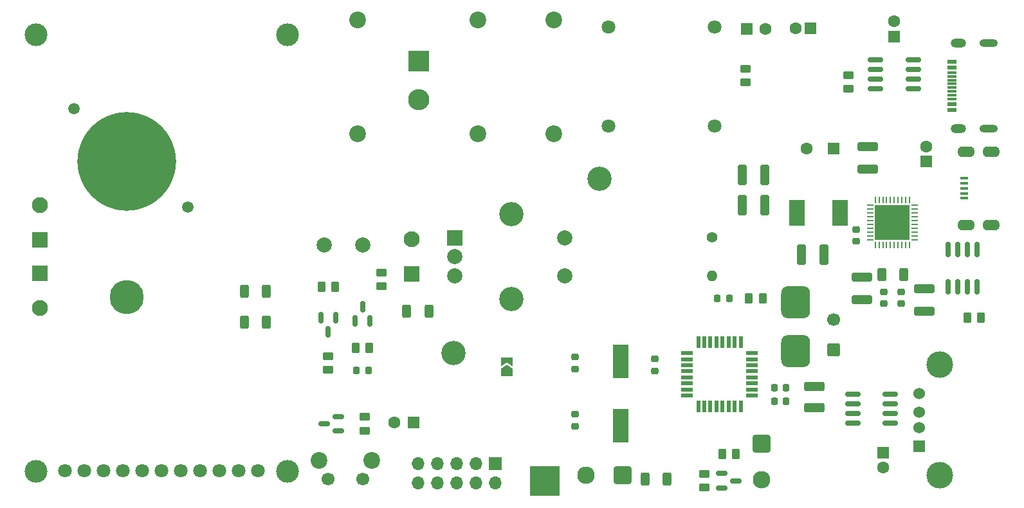
<source format=gbr>
%TF.GenerationSoftware,KiCad,Pcbnew,6.0.10-86aedd382b~118~ubuntu22.04.1*%
%TF.CreationDate,2023-01-15T12:46:15+03:00*%
%TF.ProjectId,xray,78726179-2e6b-4696-9361-645f70636258,rev?*%
%TF.SameCoordinates,Original*%
%TF.FileFunction,Soldermask,Top*%
%TF.FilePolarity,Negative*%
%FSLAX46Y46*%
G04 Gerber Fmt 4.6, Leading zero omitted, Abs format (unit mm)*
G04 Created by KiCad (PCBNEW 6.0.10-86aedd382b~118~ubuntu22.04.1) date 2023-01-15 12:46:15*
%MOMM*%
%LPD*%
G01*
G04 APERTURE LIST*
G04 Aperture macros list*
%AMRoundRect*
0 Rectangle with rounded corners*
0 $1 Rounding radius*
0 $2 $3 $4 $5 $6 $7 $8 $9 X,Y pos of 4 corners*
0 Add a 4 corners polygon primitive as box body*
4,1,4,$2,$3,$4,$5,$6,$7,$8,$9,$2,$3,0*
0 Add four circle primitives for the rounded corners*
1,1,$1+$1,$2,$3*
1,1,$1+$1,$4,$5*
1,1,$1+$1,$6,$7*
1,1,$1+$1,$8,$9*
0 Add four rect primitives between the rounded corners*
20,1,$1+$1,$2,$3,$4,$5,0*
20,1,$1+$1,$4,$5,$6,$7,0*
20,1,$1+$1,$6,$7,$8,$9,0*
20,1,$1+$1,$8,$9,$2,$3,0*%
%AMFreePoly0*
4,1,6,1.000000,0.000000,0.500000,-0.750000,-0.500000,-0.750000,-0.500000,0.750000,0.500000,0.750000,1.000000,0.000000,1.000000,0.000000,$1*%
%AMFreePoly1*
4,1,6,0.500000,-0.750000,-0.650000,-0.750000,-0.150000,0.000000,-0.650000,0.750000,0.500000,0.750000,0.500000,-0.750000,0.500000,-0.750000,$1*%
G04 Aperture macros list end*
%ADD10R,1.600000X1.600000*%
%ADD11C,1.600000*%
%ADD12RoundRect,0.225000X0.250000X-0.225000X0.250000X0.225000X-0.250000X0.225000X-0.250000X-0.225000X0*%
%ADD13RoundRect,0.250000X0.262500X0.450000X-0.262500X0.450000X-0.262500X-0.450000X0.262500X-0.450000X0*%
%ADD14RoundRect,0.062500X-0.062500X0.350000X-0.062500X-0.350000X0.062500X-0.350000X0.062500X0.350000X0*%
%ADD15RoundRect,0.062500X-0.350000X0.062500X-0.350000X-0.062500X0.350000X-0.062500X0.350000X0.062500X0*%
%ADD16R,4.600000X4.600000*%
%ADD17RoundRect,0.250000X1.100000X-0.325000X1.100000X0.325000X-1.100000X0.325000X-1.100000X-0.325000X0*%
%ADD18RoundRect,0.225000X-0.225000X-0.250000X0.225000X-0.250000X0.225000X0.250000X-0.225000X0.250000X0*%
%ADD19RoundRect,0.250000X0.450000X-0.262500X0.450000X0.262500X-0.450000X0.262500X-0.450000X-0.262500X0*%
%ADD20RoundRect,0.150000X-0.587500X-0.150000X0.587500X-0.150000X0.587500X0.150000X-0.587500X0.150000X0*%
%ADD21RoundRect,0.150000X0.150000X-0.825000X0.150000X0.825000X-0.150000X0.825000X-0.150000X-0.825000X0*%
%ADD22RoundRect,0.250000X-1.100000X0.325000X-1.100000X-0.325000X1.100000X-0.325000X1.100000X0.325000X0*%
%ADD23FreePoly0,90.000000*%
%ADD24FreePoly1,90.000000*%
%ADD25RoundRect,0.250000X-0.325000X-1.100000X0.325000X-1.100000X0.325000X1.100000X-0.325000X1.100000X0*%
%ADD26RoundRect,0.250000X0.325000X1.100000X-0.325000X1.100000X-0.325000X-1.100000X0.325000X-1.100000X0*%
%ADD27R,1.700000X1.700000*%
%ADD28O,1.700000X1.700000*%
%ADD29C,2.200000*%
%ADD30RoundRect,0.150000X0.825000X0.150000X-0.825000X0.150000X-0.825000X-0.150000X0.825000X-0.150000X0*%
%ADD31RoundRect,0.250000X-0.312500X-0.625000X0.312500X-0.625000X0.312500X0.625000X-0.312500X0.625000X0*%
%ADD32RoundRect,0.250001X-0.899999X0.899999X-0.899999X-0.899999X0.899999X-0.899999X0.899999X0.899999X0*%
%ADD33C,2.300000*%
%ADD34C,3.000000*%
%ADD35C,1.800000*%
%ADD36R,2.000000X2.000000*%
%ADD37C,2.000000*%
%ADD38C,3.200000*%
%ADD39RoundRect,0.225000X0.225000X0.250000X-0.225000X0.250000X-0.225000X-0.250000X0.225000X-0.250000X0*%
%ADD40R,1.600000X0.550000*%
%ADD41R,0.550000X1.600000*%
%ADD42RoundRect,0.250001X0.899999X0.899999X-0.899999X0.899999X-0.899999X-0.899999X0.899999X-0.899999X0*%
%ADD43R,1.050000X0.450000*%
%ADD44O,2.300000X1.400000*%
%ADD45RoundRect,0.250000X-0.262500X-0.450000X0.262500X-0.450000X0.262500X0.450000X-0.262500X0.450000X0*%
%ADD46R,4.000000X4.000000*%
%ADD47RoundRect,0.250001X0.799999X-0.799999X0.799999X0.799999X-0.799999X0.799999X-0.799999X-0.799999X0*%
%ADD48C,2.100000*%
%ADD49RoundRect,0.250000X0.312500X0.625000X-0.312500X0.625000X-0.312500X-0.625000X0.312500X-0.625000X0*%
%ADD50C,1.700000*%
%ADD51RoundRect,0.225000X-0.250000X0.225000X-0.250000X-0.225000X0.250000X-0.225000X0.250000X0.225000X0*%
%ADD52RoundRect,0.250001X-0.799999X0.799999X-0.799999X-0.799999X0.799999X-0.799999X0.799999X0.799999X0*%
%ADD53RoundRect,0.150000X0.587500X0.150000X-0.587500X0.150000X-0.587500X-0.150000X0.587500X-0.150000X0*%
%ADD54R,2.000000X4.500000*%
%ADD55RoundRect,0.150000X0.150000X-0.587500X0.150000X0.587500X-0.150000X0.587500X-0.150000X-0.587500X0*%
%ADD56RoundRect,0.250000X-0.450000X0.262500X-0.450000X-0.262500X0.450000X-0.262500X0.450000X0.262500X0*%
%ADD57R,2.000000X3.400000*%
%ADD58RoundRect,0.250000X1.075000X-0.375000X1.075000X0.375000X-1.075000X0.375000X-1.075000X-0.375000X0*%
%ADD59RoundRect,0.150000X-0.150000X0.587500X-0.150000X-0.587500X0.150000X-0.587500X0.150000X0.587500X0*%
%ADD60RoundRect,0.150000X-0.825000X-0.150000X0.825000X-0.150000X0.825000X0.150000X-0.825000X0.150000X0*%
%ADD61R,2.800000X2.800000*%
%ADD62O,2.800000X2.800000*%
%ADD63R,1.524000X1.524000*%
%ADD64C,1.524000*%
%ADD65C,3.500000*%
%ADD66R,1.160000X0.600000*%
%ADD67R,1.160000X0.300000*%
%ADD68O,2.400000X1.000000*%
%ADD69O,2.000000X1.200000*%
%ADD70RoundRect,0.952500X-0.952500X1.167500X-0.952500X-1.167500X0.952500X-1.167500X0.952500X1.167500X0*%
%ADD71C,1.400000*%
%ADD72O,1.400000X1.400000*%
%ADD73C,13.000000*%
%ADD74C,4.500000*%
%ADD75C,1.500000*%
%ADD76RoundRect,0.250000X0.600000X-0.600000X0.600000X0.600000X-0.600000X0.600000X-0.600000X-0.600000X0*%
G04 APERTURE END LIST*
D10*
%TO.C,C2*%
X169510000Y-133834888D03*
D11*
X169510000Y-135834888D03*
%TD*%
D12*
%TO.C,C31*%
X129010000Y-130340000D03*
X129010000Y-128790000D03*
%TD*%
D13*
%TO.C,R23*%
X101922500Y-120040000D03*
X100097500Y-120040000D03*
%TD*%
D14*
%TO.C,U2*%
X173010000Y-100602500D03*
X172510000Y-100602500D03*
X172010000Y-100602500D03*
X171510000Y-100602500D03*
X171010000Y-100602500D03*
X170510000Y-100602500D03*
X170010000Y-100602500D03*
X169510000Y-100602500D03*
X169010000Y-100602500D03*
X168510000Y-100602500D03*
D15*
X167822500Y-101290000D03*
X167822500Y-101790000D03*
X167822500Y-102290000D03*
X167822500Y-102790000D03*
X167822500Y-103290000D03*
X167822500Y-103790000D03*
X167822500Y-104290000D03*
X167822500Y-104790000D03*
X167822500Y-105290000D03*
X167822500Y-105790000D03*
D14*
X168510000Y-106477500D03*
X169010000Y-106477500D03*
X169510000Y-106477500D03*
X170010000Y-106477500D03*
X170510000Y-106477500D03*
X171010000Y-106477500D03*
X171510000Y-106477500D03*
X172010000Y-106477500D03*
X172510000Y-106477500D03*
X173010000Y-106477500D03*
D15*
X173697500Y-105790000D03*
X173697500Y-105290000D03*
X173697500Y-104790000D03*
X173697500Y-104290000D03*
X173697500Y-103790000D03*
X173697500Y-103290000D03*
X173697500Y-102790000D03*
X173697500Y-102290000D03*
X173697500Y-101790000D03*
X173697500Y-101290000D03*
D16*
X170760000Y-103540000D03*
%TD*%
D17*
%TO.C,C13*%
X167510000Y-96515000D03*
X167510000Y-93565000D03*
%TD*%
D18*
%TO.C,C23*%
X155235000Y-127040000D03*
X156785000Y-127040000D03*
%TD*%
D19*
%TO.C,R25*%
X103510000Y-111952500D03*
X103510000Y-110127500D03*
%TD*%
D10*
%TO.C,C26*%
X160000000Y-78000000D03*
D11*
X158000000Y-78000000D03*
%TD*%
D19*
%TO.C,R6*%
X165010000Y-85952500D03*
X165010000Y-84127500D03*
%TD*%
D20*
%TO.C,Q13*%
X148322500Y-136590000D03*
X148322500Y-138490000D03*
X150197500Y-137540000D03*
%TD*%
D21*
%TO.C,Q2*%
X178105000Y-112015000D03*
X179375000Y-112015000D03*
X180645000Y-112015000D03*
X181915000Y-112015000D03*
X181915000Y-107065000D03*
X180645000Y-107065000D03*
X179375000Y-107065000D03*
X178105000Y-107065000D03*
%TD*%
D22*
%TO.C,C29*%
X175000000Y-112265000D03*
X175000000Y-115215000D03*
%TD*%
D19*
%TO.C,R1*%
X151400000Y-85112500D03*
X151400000Y-83287500D03*
%TD*%
D23*
%TO.C,JP2*%
X120010000Y-123290000D03*
D24*
X120010000Y-121840000D03*
%TD*%
D22*
%TO.C,C15*%
X166750000Y-110775000D03*
X166750000Y-113725000D03*
%TD*%
D18*
%TO.C,C14*%
X155235000Y-125290000D03*
X156785000Y-125290000D03*
%TD*%
D25*
%TO.C,C19*%
X158785000Y-107790000D03*
X161735000Y-107790000D03*
%TD*%
D12*
%TO.C,C18*%
X166010000Y-106015000D03*
X166010000Y-104465000D03*
%TD*%
D26*
%TO.C,C21*%
X153985000Y-97290000D03*
X151035000Y-97290000D03*
%TD*%
D27*
%TO.C,J4*%
X118510000Y-135290000D03*
D28*
X118510000Y-137830000D03*
X115970000Y-135290000D03*
X115970000Y-137830000D03*
X113430000Y-135290000D03*
X113430000Y-137830000D03*
X110890000Y-135290000D03*
X110890000Y-137830000D03*
X108350000Y-135290000D03*
X108350000Y-137830000D03*
%TD*%
D29*
%TO.C,C9*%
X116200000Y-76900000D03*
X116200000Y-91900000D03*
%TD*%
D30*
%TO.C,Q1*%
X170485000Y-129945000D03*
X170485000Y-128675000D03*
X170485000Y-127405000D03*
X170485000Y-126135000D03*
X165535000Y-126135000D03*
X165535000Y-127405000D03*
X165535000Y-128675000D03*
X165535000Y-129945000D03*
%TD*%
D12*
%TO.C,C17*%
X139510000Y-123065000D03*
X139510000Y-121515000D03*
%TD*%
D29*
%TO.C,C11*%
X100400000Y-91900000D03*
X100400000Y-76900000D03*
%TD*%
D31*
%TO.C,R29*%
X85447500Y-116640000D03*
X88372500Y-116640000D03*
%TD*%
D32*
%TO.C,M1*%
X153510000Y-132640000D03*
D33*
X153510000Y-137440000D03*
%TD*%
D13*
%TO.C,R5*%
X182422500Y-116040000D03*
X180597500Y-116040000D03*
%TD*%
D34*
%TO.C,U7*%
X91110000Y-78800000D03*
X58010000Y-136300000D03*
X58010000Y-78800000D03*
X91110000Y-136280000D03*
D35*
X61810000Y-136240000D03*
X64350000Y-136240000D03*
X66890000Y-136240000D03*
X69430000Y-136240000D03*
X71970000Y-136240000D03*
X74510000Y-136240000D03*
X77050000Y-136240000D03*
X79590000Y-136240000D03*
X82130000Y-136240000D03*
X84670000Y-136240000D03*
X87210000Y-136240000D03*
%TD*%
D31*
%TO.C,R26*%
X85447500Y-112600000D03*
X88372500Y-112600000D03*
%TD*%
D36*
%TO.C,SW1*%
X113150000Y-105540000D03*
D37*
X113150000Y-110540000D03*
X113150000Y-108040000D03*
D38*
X120650000Y-102440000D03*
X120650000Y-113640000D03*
D37*
X127650000Y-110540000D03*
X127650000Y-105540000D03*
%TD*%
D39*
%TO.C,C28*%
X149285000Y-113540000D03*
X147735000Y-113540000D03*
%TD*%
D40*
%TO.C,U3*%
X143760000Y-120740000D03*
X143760000Y-121540000D03*
X143760000Y-122340000D03*
X143760000Y-123140000D03*
X143760000Y-123940000D03*
X143760000Y-124740000D03*
X143760000Y-125540000D03*
X143760000Y-126340000D03*
D41*
X145210000Y-127790000D03*
X146010000Y-127790000D03*
X146810000Y-127790000D03*
X147610000Y-127790000D03*
X148410000Y-127790000D03*
X149210000Y-127790000D03*
X150010000Y-127790000D03*
X150810000Y-127790000D03*
D40*
X152260000Y-126340000D03*
X152260000Y-125540000D03*
X152260000Y-124740000D03*
X152260000Y-123940000D03*
X152260000Y-123140000D03*
X152260000Y-122340000D03*
X152260000Y-121540000D03*
X152260000Y-120740000D03*
D41*
X150810000Y-119290000D03*
X150010000Y-119290000D03*
X149210000Y-119290000D03*
X148410000Y-119290000D03*
X147610000Y-119290000D03*
X146810000Y-119290000D03*
X146010000Y-119290000D03*
X145210000Y-119290000D03*
%TD*%
D42*
%TO.C,LS1*%
X135260000Y-136790000D03*
D33*
X130460000Y-136790000D03*
%TD*%
D43*
%TO.C,J1*%
X180235000Y-100340000D03*
X180235000Y-99690000D03*
X180235000Y-99040000D03*
X180235000Y-98390000D03*
X180235000Y-97740000D03*
D44*
X180460000Y-103890000D03*
X180460000Y-94190000D03*
X183760000Y-103890000D03*
X183760000Y-94190000D03*
%TD*%
D45*
%TO.C,R20*%
X151847500Y-113540000D03*
X153672500Y-113540000D03*
%TD*%
D46*
%TO.C,TP1*%
X125010000Y-137540000D03*
%TD*%
D29*
%TO.C,C8*%
X126200000Y-76900000D03*
X126200000Y-91900000D03*
%TD*%
D47*
%TO.C,D4*%
X58510000Y-105840000D03*
D48*
X58510000Y-101240000D03*
%TD*%
D10*
%TO.C,C3*%
X175260000Y-95540000D03*
D11*
X175260000Y-93540000D03*
%TD*%
D13*
%TO.C,R17*%
X97422500Y-112040000D03*
X95597500Y-112040000D03*
%TD*%
D49*
%TO.C,R28*%
X109772500Y-115240000D03*
X106847500Y-115240000D03*
%TD*%
D10*
%TO.C,C10*%
X163010000Y-93790000D03*
D11*
X159510000Y-93790000D03*
%TD*%
D29*
%TO.C,SW2*%
X95260000Y-134865000D03*
X102260000Y-134865000D03*
D50*
X101010000Y-137365000D03*
X96510000Y-137365000D03*
%TD*%
D51*
%TO.C,C27*%
X171910000Y-112700000D03*
X171910000Y-114250000D03*
%TD*%
D10*
%TO.C,C4*%
X171010000Y-79040000D03*
D11*
X171010000Y-77040000D03*
%TD*%
D19*
%TO.C,R35*%
X146010000Y-138452500D03*
X146010000Y-136627500D03*
%TD*%
D52*
%TO.C,D6*%
X58510000Y-110240000D03*
D48*
X58510000Y-114840000D03*
%TD*%
D51*
%TO.C,C30*%
X129010000Y-121265000D03*
X129010000Y-122815000D03*
%TD*%
D37*
%TO.C,C24*%
X96010000Y-106540000D03*
X101010000Y-106540000D03*
%TD*%
D53*
%TO.C,Q10*%
X97847500Y-130990000D03*
X97847500Y-129090000D03*
X95972500Y-130040000D03*
%TD*%
D54*
%TO.C,Y1*%
X135010000Y-130290000D03*
X135010000Y-121790000D03*
%TD*%
D39*
%TO.C,C34*%
X101785000Y-123040000D03*
X100235000Y-123040000D03*
%TD*%
D19*
%TO.C,R32*%
X101310000Y-130952500D03*
X101310000Y-129127500D03*
%TD*%
D55*
%TO.C,Q7*%
X100060000Y-116477500D03*
X101960000Y-116477500D03*
X101010000Y-114602500D03*
%TD*%
D31*
%TO.C,R33*%
X138210000Y-137290000D03*
X141135000Y-137290000D03*
%TD*%
D56*
%TO.C,R21*%
X96510000Y-121127500D03*
X96510000Y-122952500D03*
%TD*%
D10*
%TO.C,C40*%
X107715113Y-129840000D03*
D11*
X105215113Y-129840000D03*
%TD*%
D57*
%TO.C,L1*%
X158160000Y-102290000D03*
X163860000Y-102290000D03*
%TD*%
D58*
%TO.C,L2*%
X160510000Y-127940000D03*
X160510000Y-125140000D03*
%TD*%
D35*
%TO.C,T1*%
X147400000Y-77800000D03*
X147400000Y-90800000D03*
X133400000Y-90800000D03*
X133400000Y-77800000D03*
%TD*%
D59*
%TO.C,Q5*%
X97460000Y-116102500D03*
X95560000Y-116102500D03*
X96510000Y-117977500D03*
%TD*%
D38*
%TO.C,H3*%
X113000000Y-120750000D03*
%TD*%
%TO.C,H1*%
X132250000Y-97750000D03*
%TD*%
D60*
%TO.C,Q4*%
X168535000Y-82135000D03*
X168535000Y-83405000D03*
X168535000Y-84675000D03*
X168535000Y-85945000D03*
X173485000Y-85945000D03*
X173485000Y-84675000D03*
X173485000Y-83405000D03*
X173485000Y-82135000D03*
%TD*%
D61*
%TO.C,D3*%
X108400000Y-82284497D03*
D62*
X108400000Y-87364497D03*
%TD*%
D45*
%TO.C,R24*%
X148347500Y-134040000D03*
X150172500Y-134040000D03*
%TD*%
D49*
%TO.C,R16*%
X172272500Y-110440000D03*
X169347500Y-110440000D03*
%TD*%
D63*
%TO.C,J2*%
X174282500Y-133040000D03*
D64*
X174282500Y-130540000D03*
X174282500Y-128540000D03*
X174282500Y-126040000D03*
D65*
X176992500Y-122290000D03*
X176992500Y-136790000D03*
%TD*%
D26*
%TO.C,C20*%
X153985000Y-101290000D03*
X151035000Y-101290000D03*
%TD*%
D10*
%TO.C,C1*%
X151594888Y-78040000D03*
D11*
X154094888Y-78040000D03*
%TD*%
D66*
%TO.C,J3*%
X178600000Y-88740000D03*
X178600000Y-87940000D03*
D67*
X178600000Y-86790000D03*
X178600000Y-85790000D03*
X178600000Y-85290000D03*
X178600000Y-84290000D03*
D66*
X178600000Y-83140000D03*
X178600000Y-82340000D03*
X178600000Y-82340000D03*
X178600000Y-83140000D03*
D67*
X178600000Y-83790000D03*
X178600000Y-84790000D03*
X178600000Y-86290000D03*
X178600000Y-87290000D03*
D66*
X178600000Y-87940000D03*
X178600000Y-88740000D03*
D68*
X183410000Y-91140000D03*
D69*
X179485000Y-91140000D03*
X179485000Y-79940000D03*
D68*
X183410000Y-79940000D03*
%TD*%
D51*
%TO.C,C25*%
X169600000Y-112690000D03*
X169600000Y-114240000D03*
%TD*%
D70*
%TO.C,F1*%
X158010000Y-114065000D03*
X158010000Y-120475000D03*
%TD*%
D47*
%TO.C,D5*%
X107510000Y-110340000D03*
D48*
X107510000Y-105740000D03*
%TD*%
D71*
%TO.C,R9*%
X147010000Y-105500000D03*
D72*
X147010000Y-110580000D03*
%TD*%
D73*
%TO.C,V1*%
X70010000Y-95540000D03*
D74*
X70010000Y-113340000D03*
D75*
X63010000Y-88540000D03*
X78010000Y-101540000D03*
%TD*%
D76*
%TO.C,BT1*%
X163010000Y-120290000D03*
D50*
X163010000Y-116290000D03*
%TD*%
M02*

</source>
